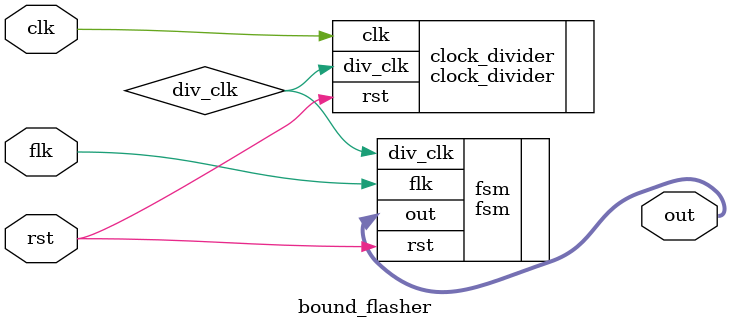
<source format=sv>

module bound_flasher(
    input wire clk, // fpga clock signal
    input wire rst, // reset signal
    input wire flk, // flick signal
    output reg [15:0] out // 16 bit output to control 16 leds
    );
    
    logic div_clk; // internal signal from clock_divider to fsm.
    
    clock_divider clock_divider(.clk(clk), .rst(rst), .div_clk(div_clk));
    fsm fsm(.div_clk(div_clk), .flk(flk), .rst(rst), .out(out));
endmodule

</source>
